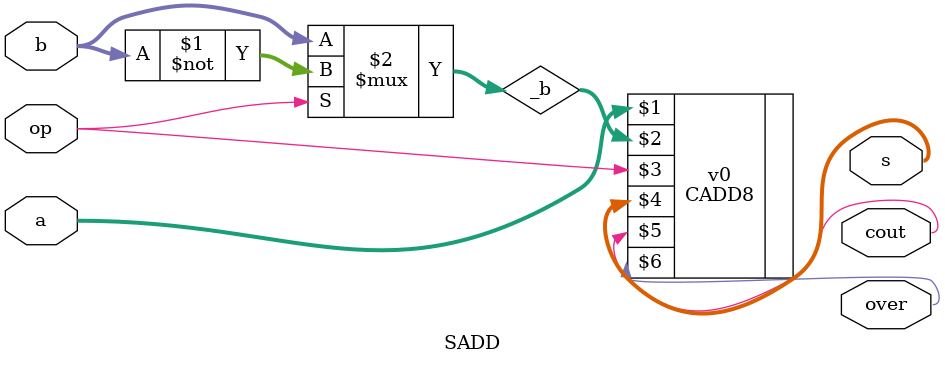
<source format=v>
module SADD(a,b,op,s,cout,over);

input [7:0] a,b;
input op;
output cout,over;

wire [7:0] _b;
output [7:0] s;

assign _b=(op)?~b:b;

CADD8 v0(a,_b,op,s,cout,over);


                                                                                                                                                                                                                                                                                                                                                                                                                                                                                                                                                                                                                                                                                                                                                                                                                                                                   
endmodule
</source>
